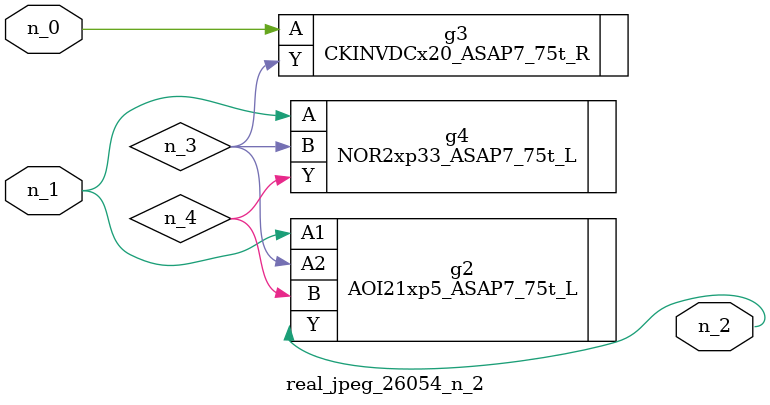
<source format=v>
module real_jpeg_26054_n_2 (n_1, n_0, n_2);

input n_1;
input n_0;

output n_2;

wire n_4;
wire n_3;

CKINVDCx20_ASAP7_75t_R g3 ( 
.A(n_0),
.Y(n_3)
);

AOI21xp5_ASAP7_75t_L g2 ( 
.A1(n_1),
.A2(n_3),
.B(n_4),
.Y(n_2)
);

NOR2xp33_ASAP7_75t_L g4 ( 
.A(n_1),
.B(n_3),
.Y(n_4)
);


endmodule
</source>
